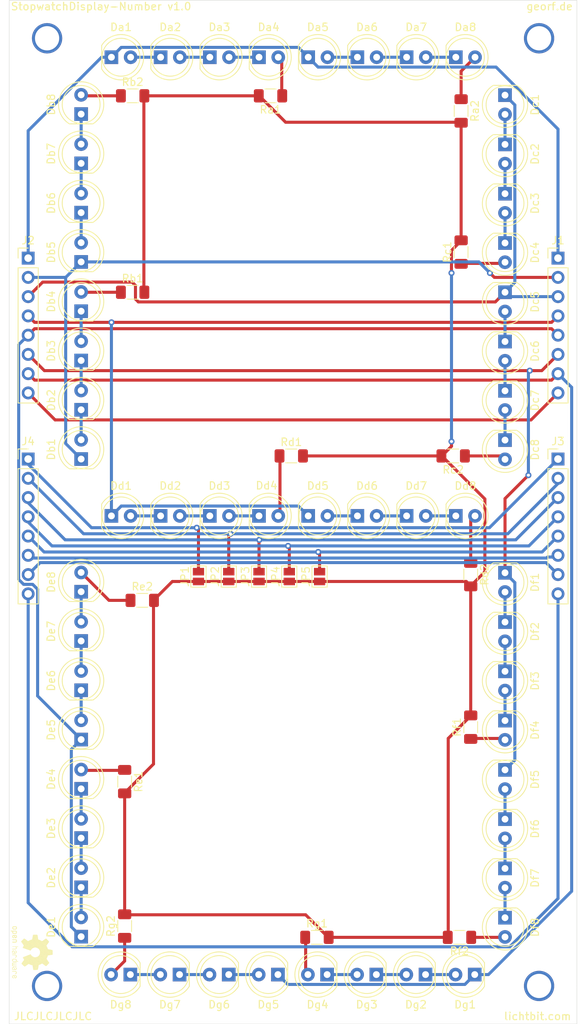
<source format=kicad_pcb>
(kicad_pcb (version 20171130) (host pcbnew 5.1.7-a382d34a8~87~ubuntu20.04.1)
  (layers (0 F.Cu signal) (31 B.Cu signal) (34 B.Paste user) (35 F.Paste user) (36 B.SilkS user) (37 F.SilkS user) (38 B.Mask user) (39 F.Mask user) (44 Edge.Cuts user))
  (net 0 "")
  (net 1 "Net-(J1-Pad8)")
  (net 2 "Net-(J3-Pad1)")
  (net 3 "Net-(J3-Pad2)")
  (net 4 "Net-(J3-Pad3)")
  (net 5 "Net-(J3-Pad4)")
  (net 6 "Net-(J3-Pad5)")
  (net 7 "Net-(J3-Pad6)")
  (net 8 "Net-(J3-Pad7)")
  (net 9 "Net-(J3-Pad8)")
  (net 10 "Net-(JP1-Pad1)")
  (net 11 "Net-(Da1-Pad1)")
  (net 12 "Net-(Da1-Pad2)")
  (net 13 "Net-(Da2-Pad2)")
  (net 14 "Net-(Da3-Pad2)")
  (net 15 "Net-(Da4-Pad2)")
  (net 16 "Net-(Da5-Pad2)")
  (net 17 "Net-(Da6-Pad2)")
  (net 18 "Net-(Da7-Pad2)")
  (net 19 "Net-(Da8-Pad2)")
  (net 20 "Net-(Db1-Pad2)")
  (net 21 "Net-(Db1-Pad1)")
  (net 22 "Net-(Db2-Pad2)")
  (net 23 "Net-(Db3-Pad2)")
  (net 24 "Net-(Db4-Pad2)")
  (net 25 "Net-(Db5-Pad2)")
  (net 26 "Net-(Db6-Pad2)")
  (net 27 "Net-(Db7-Pad2)")
  (net 28 "Net-(Db8-Pad2)")
  (net 29 "Net-(Dc1-Pad1)")
  (net 30 "Net-(Dc1-Pad2)")
  (net 31 "Net-(Dc2-Pad2)")
  (net 32 "Net-(Dc3-Pad2)")
  (net 33 "Net-(Dc4-Pad2)")
  (net 34 "Net-(Dc5-Pad2)")
  (net 35 "Net-(Dc6-Pad2)")
  (net 36 "Net-(Dc7-Pad2)")
  (net 37 "Net-(Dc8-Pad2)")
  (net 38 "Net-(Dd1-Pad1)")
  (net 39 "Net-(Dd1-Pad2)")
  (net 40 "Net-(Dd2-Pad2)")
  (net 41 "Net-(Dd3-Pad2)")
  (net 42 "Net-(Dd4-Pad2)")
  (net 43 "Net-(Dd5-Pad2)")
  (net 44 "Net-(Dd6-Pad2)")
  (net 45 "Net-(Dd7-Pad2)")
  (net 46 "Net-(Dd8-Pad2)")
  (net 47 "Net-(De1-Pad2)")
  (net 48 "Net-(De1-Pad1)")
  (net 49 "Net-(De2-Pad2)")
  (net 50 "Net-(De3-Pad2)")
  (net 51 "Net-(De4-Pad2)")
  (net 52 "Net-(De5-Pad2)")
  (net 53 "Net-(De6-Pad2)")
  (net 54 "Net-(De7-Pad2)")
  (net 55 "Net-(De8-Pad2)")
  (net 56 "Net-(Df1-Pad1)")
  (net 57 "Net-(Df1-Pad2)")
  (net 58 "Net-(Df2-Pad2)")
  (net 59 "Net-(Df3-Pad2)")
  (net 60 "Net-(Df4-Pad2)")
  (net 61 "Net-(Df5-Pad2)")
  (net 62 "Net-(Df6-Pad2)")
  (net 63 "Net-(Df7-Pad2)")
  (net 64 "Net-(Df8-Pad2)")
  (net 65 "Net-(Dg1-Pad1)")
  (net 66 "Net-(Dg1-Pad2)")
  (net 67 "Net-(Dg2-Pad2)")
  (net 68 "Net-(Dg3-Pad2)")
  (net 69 "Net-(Dg4-Pad2)")
  (net 70 "Net-(Dg5-Pad2)")
  (net 71 "Net-(Dg6-Pad2)")
  (net 72 "Net-(Dg7-Pad2)")
  (net 73 "Net-(Dg8-Pad2)")
  (module OPENHARDWARE:OSHWLOGO0.3IN (layer F.Cu) (at 86.6775 146.7485 270)
    (fp_text reference G*** hide)
    (fp_text value LOGO hide)
  )
  (module Resistor_SMD:R_1206_3216Metric_Pad1.30x1.75mm_HandSolder (layer F.Cu) (at 95.25 147.1025 90)
    (fp_text reference Rg2 (at 0 -1.82 90) (layer F.SilkS))
    (fp_text value R)
    (pad 2 smd roundrect (at 1.55 0 90) (size 1.3 1.75) (layers F.Cu F.Paste F.Mask) (roundrect_rratio 0.1923076923076923) (net 10 "Net-(JP1-Pad1)"))
    (pad 1 smd roundrect (at -1.55 0 90) (size 1.3 1.75) (layers F.Cu F.Paste F.Mask) (roundrect_rratio 0.1923076923076923) (net 73 "Net-(Dg8-Pad2)"))
  )
  (module Resistor_SMD:R_1206_3216Metric_Pad1.30x1.75mm_HandSolder (layer F.Cu) (at 120.65 148.59)
    (fp_text reference Rg1 (at 0 -1.82) (layer F.SilkS))
    (fp_text value R)
    (pad 2 smd roundrect (at 1.55 0) (size 1.3 1.75) (layers F.Cu F.Paste F.Mask) (roundrect_rratio 0.1923076923076923) (net 10 "Net-(JP1-Pad1)"))
    (pad 1 smd roundrect (at -1.55 0) (size 1.3 1.75) (layers F.Cu F.Paste F.Mask) (roundrect_rratio 0.1923076923076923) (net 69 "Net-(Dg4-Pad2)"))
  )
  (module Resistor_SMD:R_1206_3216Metric_Pad1.30x1.75mm_HandSolder (layer F.Cu) (at 139.4825 148.59 180)
    (fp_text reference Rf2 (at 0 -1.82) (layer F.SilkS))
    (fp_text value R)
    (pad 2 smd roundrect (at 1.55 0 180) (size 1.3 1.75) (layers F.Cu F.Paste F.Mask) (roundrect_rratio 0.1923076923076923) (net 10 "Net-(JP1-Pad1)"))
    (pad 1 smd roundrect (at -1.55 0 180) (size 1.3 1.75) (layers F.Cu F.Paste F.Mask) (roundrect_rratio 0.1923076923076923) (net 64 "Net-(Df8-Pad2)"))
  )
  (module Resistor_SMD:R_1206_3216Metric_Pad1.30x1.75mm_HandSolder (layer F.Cu) (at 140.97 120.8675 90)
    (fp_text reference Rf1 (at 0 -1.82 90) (layer F.SilkS))
    (fp_text value R)
    (pad 2 smd roundrect (at 1.55 0 90) (size 1.3 1.75) (layers F.Cu F.Paste F.Mask) (roundrect_rratio 0.1923076923076923) (net 10 "Net-(JP1-Pad1)"))
    (pad 1 smd roundrect (at -1.55 0 90) (size 1.3 1.75) (layers F.Cu F.Paste F.Mask) (roundrect_rratio 0.1923076923076923) (net 60 "Net-(Df4-Pad2)"))
  )
  (module Resistor_SMD:R_1206_3216Metric_Pad1.30x1.75mm_HandSolder (layer F.Cu) (at 97.5725 104.14)
    (fp_text reference Re2 (at 0 -1.82) (layer F.SilkS))
    (fp_text value R)
    (pad 2 smd roundrect (at 1.55 0) (size 1.3 1.75) (layers F.Cu F.Paste F.Mask) (roundrect_rratio 0.1923076923076923) (net 10 "Net-(JP1-Pad1)"))
    (pad 1 smd roundrect (at -1.55 0) (size 1.3 1.75) (layers F.Cu F.Paste F.Mask) (roundrect_rratio 0.1923076923076923) (net 55 "Net-(De8-Pad2)"))
  )
  (module Resistor_SMD:R_1206_3216Metric_Pad1.30x1.75mm_HandSolder (layer F.Cu) (at 95.25 128.0525 270)
    (fp_text reference Re1 (at 0 -1.82 90) (layer F.SilkS))
    (fp_text value R)
    (pad 2 smd roundrect (at 1.55 0 270) (size 1.3 1.75) (layers F.Cu F.Paste F.Mask) (roundrect_rratio 0.1923076923076923) (net 10 "Net-(JP1-Pad1)"))
    (pad 1 smd roundrect (at -1.55 0 270) (size 1.3 1.75) (layers F.Cu F.Paste F.Mask) (roundrect_rratio 0.1923076923076923) (net 51 "Net-(De4-Pad2)"))
  )
  (module Resistor_SMD:R_1206_3216Metric_Pad1.30x1.75mm_HandSolder (layer F.Cu) (at 140.97 100.7475 270)
    (fp_text reference Rd2 (at 0 -1.82 90) (layer F.SilkS))
    (fp_text value R)
    (pad 2 smd roundrect (at 1.55 0 270) (size 1.3 1.75) (layers F.Cu F.Paste F.Mask) (roundrect_rratio 0.1923076923076923) (net 10 "Net-(JP1-Pad1)"))
    (pad 1 smd roundrect (at -1.55 0 270) (size 1.3 1.75) (layers F.Cu F.Paste F.Mask) (roundrect_rratio 0.1923076923076923) (net 46 "Net-(Dd8-Pad2)"))
  )
  (module Resistor_SMD:R_1206_3216Metric_Pad1.30x1.75mm_HandSolder (layer F.Cu) (at 117.2575 85.09)
    (fp_text reference Rd1 (at 0 -1.82) (layer F.SilkS))
    (fp_text value R)
    (pad 2 smd roundrect (at 1.55 0) (size 1.3 1.75) (layers F.Cu F.Paste F.Mask) (roundrect_rratio 0.1923076923076923) (net 10 "Net-(JP1-Pad1)"))
    (pad 1 smd roundrect (at -1.55 0) (size 1.3 1.75) (layers F.Cu F.Paste F.Mask) (roundrect_rratio 0.1923076923076923) (net 42 "Net-(Dd4-Pad2)"))
  )
  (module Resistor_SMD:R_1206_3216Metric_Pad1.30x1.75mm_HandSolder (layer F.Cu) (at 138.6475 85.09 180)
    (fp_text reference Rc2 (at 0 -1.82) (layer F.SilkS))
    (fp_text value R)
    (pad 2 smd roundrect (at 1.55 0 180) (size 1.3 1.75) (layers F.Cu F.Paste F.Mask) (roundrect_rratio 0.1923076923076923) (net 10 "Net-(JP1-Pad1)"))
    (pad 1 smd roundrect (at -1.55 0 180) (size 1.3 1.75) (layers F.Cu F.Paste F.Mask) (roundrect_rratio 0.1923076923076923) (net 37 "Net-(Dc8-Pad2)"))
  )
  (module Resistor_SMD:R_1206_3216Metric_Pad1.30x1.75mm_HandSolder (layer F.Cu) (at 139.7 58.2025 90)
    (fp_text reference Rc1 (at 0 -1.82 90) (layer F.SilkS))
    (fp_text value R)
    (pad 2 smd roundrect (at 1.55 0 90) (size 1.3 1.75) (layers F.Cu F.Paste F.Mask) (roundrect_rratio 0.1923076923076923) (net 10 "Net-(JP1-Pad1)"))
    (pad 1 smd roundrect (at -1.55 0 90) (size 1.3 1.75) (layers F.Cu F.Paste F.Mask) (roundrect_rratio 0.1923076923076923) (net 33 "Net-(Dc4-Pad2)"))
  )
  (module Resistor_SMD:R_1206_3216Metric_Pad1.30x1.75mm_HandSolder (layer F.Cu) (at 96.3025 37.592)
    (fp_text reference Rb2 (at 0 -1.82) (layer F.SilkS))
    (fp_text value R)
    (pad 2 smd roundrect (at 1.55 0) (size 1.3 1.75) (layers F.Cu F.Paste F.Mask) (roundrect_rratio 0.1923076923076923) (net 10 "Net-(JP1-Pad1)"))
    (pad 1 smd roundrect (at -1.55 0) (size 1.3 1.75) (layers F.Cu F.Paste F.Mask) (roundrect_rratio 0.1923076923076923) (net 28 "Net-(Db8-Pad2)"))
  )
  (module Resistor_SMD:R_1206_3216Metric_Pad1.30x1.75mm_HandSolder (layer F.Cu) (at 96.3025 63.5)
    (fp_text reference Rb1 (at 0 -1.82) (layer F.SilkS))
    (fp_text value R)
    (pad 2 smd roundrect (at 1.55 0) (size 1.3 1.75) (layers F.Cu F.Paste F.Mask) (roundrect_rratio 0.1923076923076923) (net 10 "Net-(JP1-Pad1)"))
    (pad 1 smd roundrect (at -1.55 0) (size 1.3 1.75) (layers F.Cu F.Paste F.Mask) (roundrect_rratio 0.1923076923076923) (net 24 "Net-(Db4-Pad2)"))
  )
  (module Resistor_SMD:R_1206_3216Metric_Pad1.30x1.75mm_HandSolder (layer F.Cu) (at 139.7 39.5875 270)
    (fp_text reference Ra2 (at 0 -1.82 90) (layer F.SilkS))
    (fp_text value R)
    (pad 2 smd roundrect (at 1.55 0 270) (size 1.3 1.75) (layers F.Cu F.Paste F.Mask) (roundrect_rratio 0.1923076923076923) (net 10 "Net-(JP1-Pad1)"))
    (pad 1 smd roundrect (at -1.55 0 270) (size 1.3 1.75) (layers F.Cu F.Paste F.Mask) (roundrect_rratio 0.1923076923076923) (net 19 "Net-(Da8-Pad2)"))
  )
  (module Resistor_SMD:R_1206_3216Metric_Pad1.30x1.75mm_HandSolder (layer F.Cu) (at 114.5175 37.592 180)
    (fp_text reference Ra1 (at 0 -1.82) (layer F.SilkS))
    (fp_text value R)
    (pad 2 smd roundrect (at 1.55 0 180) (size 1.3 1.75) (layers F.Cu F.Paste F.Mask) (roundrect_rratio 0.1923076923076923) (net 10 "Net-(JP1-Pad1)"))
    (pad 1 smd roundrect (at -1.55 0 180) (size 1.3 1.75) (layers F.Cu F.Paste F.Mask) (roundrect_rratio 0.1923076923076923) (net 15 "Net-(Da4-Pad2)"))
  )
  (module LED_THT:LED_D5.0mm_Clear (layer F.Cu) (at 89.5 148.5 90)
    (fp_text reference De1 (at 1.27 -3.96 90) (layer F.SilkS))
    (fp_text value LED)
    (pad 2 thru_hole circle (at 2.54 0 90) (size 1.8 1.8) (drill 0.9) (layers *.Cu *.Mask) (net 47 "Net-(De1-Pad2)"))
    (pad 1 thru_hole rect (at 0 0 90) (size 1.8 1.8) (drill 0.9) (layers *.Cu *.Mask) (net 48 "Net-(De1-Pad1)"))
  )
  (module LED_THT:LED_D5.0mm_Clear (layer F.Cu) (at 135 153.5 180)
    (fp_text reference Dg2 (at 1.27 -3.96) (layer F.SilkS))
    (fp_text value LED)
    (pad 2 thru_hole circle (at 2.54 0 180) (size 1.8 1.8) (drill 0.9) (layers *.Cu *.Mask) (net 67 "Net-(Dg2-Pad2)"))
    (pad 1 thru_hole rect (at 0 0 180) (size 1.8 1.8) (drill 0.9) (layers *.Cu *.Mask) (net 66 "Net-(Dg1-Pad2)"))
  )
  (module LED_THT:LED_D5.0mm_Clear (layer F.Cu) (at 89.5 116 90)
    (fp_text reference De6 (at 1.27 -3.96 90) (layer F.SilkS))
    (fp_text value LED)
    (pad 2 thru_hole circle (at 2.54 0 90) (size 1.8 1.8) (drill 0.9) (layers *.Cu *.Mask) (net 53 "Net-(De6-Pad2)"))
    (pad 1 thru_hole rect (at 0 0 90) (size 1.8 1.8) (drill 0.9) (layers *.Cu *.Mask) (net 52 "Net-(De5-Pad2)"))
  )
  (module LED_THT:LED_D5.0mm_Clear (layer F.Cu) (at 119.5 32.5)
    (fp_text reference Da5 (at 1.27 -3.96) (layer F.SilkS))
    (fp_text value LED)
    (pad 2 thru_hole circle (at 2.54 0) (size 1.8 1.8) (drill 0.9) (layers *.Cu *.Mask) (net 16 "Net-(Da5-Pad2)"))
    (pad 1 thru_hole rect (at 0 0) (size 1.8 1.8) (drill 0.9) (layers *.Cu *.Mask) (net 11 "Net-(Da1-Pad1)"))
  )
  (module LED_THT:LED_D5.0mm_Clear (layer F.Cu) (at 93.5 32.5)
    (fp_text reference Da1 (at 1.27 -3.96) (layer F.SilkS))
    (fp_text value LED)
    (pad 1 thru_hole rect (at 0 0) (size 1.8 1.8) (drill 0.9) (layers *.Cu *.Mask) (net 11 "Net-(Da1-Pad1)"))
    (pad 2 thru_hole circle (at 2.54 0) (size 1.8 1.8) (drill 0.9) (layers *.Cu *.Mask) (net 12 "Net-(Da1-Pad2)"))
  )
  (module LED_THT:LED_D5.0mm_Clear (layer F.Cu) (at 100 32.5)
    (fp_text reference Da2 (at 1.27 -3.96) (layer F.SilkS))
    (fp_text value LED)
    (pad 1 thru_hole rect (at 0 0) (size 1.8 1.8) (drill 0.9) (layers *.Cu *.Mask) (net 12 "Net-(Da1-Pad2)"))
    (pad 2 thru_hole circle (at 2.54 0) (size 1.8 1.8) (drill 0.9) (layers *.Cu *.Mask) (net 13 "Net-(Da2-Pad2)"))
  )
  (module LED_THT:LED_D5.0mm_Clear (layer F.Cu) (at 106.5 32.5)
    (fp_text reference Da3 (at 1.27 -3.96) (layer F.SilkS))
    (fp_text value LED)
    (pad 2 thru_hole circle (at 2.54 0) (size 1.8 1.8) (drill 0.9) (layers *.Cu *.Mask) (net 14 "Net-(Da3-Pad2)"))
    (pad 1 thru_hole rect (at 0 0) (size 1.8 1.8) (drill 0.9) (layers *.Cu *.Mask) (net 13 "Net-(Da2-Pad2)"))
  )
  (module LED_THT:LED_D5.0mm_Clear (layer F.Cu) (at 113 32.5)
    (fp_text reference Da4 (at 1.27 -3.96) (layer F.SilkS))
    (fp_text value LED)
    (pad 1 thru_hole rect (at 0 0) (size 1.8 1.8) (drill 0.9) (layers *.Cu *.Mask) (net 14 "Net-(Da3-Pad2)"))
    (pad 2 thru_hole circle (at 2.54 0) (size 1.8 1.8) (drill 0.9) (layers *.Cu *.Mask) (net 15 "Net-(Da4-Pad2)"))
  )
  (module LED_THT:LED_D5.0mm_Clear (layer F.Cu) (at 126 32.5)
    (fp_text reference Da6 (at 1.27 -3.96) (layer F.SilkS))
    (fp_text value LED)
    (pad 1 thru_hole rect (at 0 0) (size 1.8 1.8) (drill 0.9) (layers *.Cu *.Mask) (net 16 "Net-(Da5-Pad2)"))
    (pad 2 thru_hole circle (at 2.54 0) (size 1.8 1.8) (drill 0.9) (layers *.Cu *.Mask) (net 17 "Net-(Da6-Pad2)"))
  )
  (module LED_THT:LED_D5.0mm_Clear (layer F.Cu) (at 132.5 32.5)
    (fp_text reference Da7 (at 1.27 -3.96) (layer F.SilkS))
    (fp_text value LED)
    (pad 2 thru_hole circle (at 2.54 0) (size 1.8 1.8) (drill 0.9) (layers *.Cu *.Mask) (net 18 "Net-(Da7-Pad2)"))
    (pad 1 thru_hole rect (at 0 0) (size 1.8 1.8) (drill 0.9) (layers *.Cu *.Mask) (net 17 "Net-(Da6-Pad2)"))
  )
  (module LED_THT:LED_D5.0mm_Clear (layer F.Cu) (at 139 32.5)
    (fp_text reference Da8 (at 1.27 -3.96) (layer F.SilkS))
    (fp_text value LED)
    (pad 1 thru_hole rect (at 0 0) (size 1.8 1.8) (drill 0.9) (layers *.Cu *.Mask) (net 18 "Net-(Da7-Pad2)"))
    (pad 2 thru_hole circle (at 2.54 0) (size 1.8 1.8) (drill 0.9) (layers *.Cu *.Mask) (net 19 "Net-(Da8-Pad2)"))
  )
  (module LED_THT:LED_D5.0mm_Clear (layer F.Cu) (at 89.5 85.5 90)
    (fp_text reference Db1 (at 1.27 -3.96 90) (layer F.SilkS))
    (fp_text value LED)
    (pad 2 thru_hole circle (at 2.54 0 90) (size 1.8 1.8) (drill 0.9) (layers *.Cu *.Mask) (net 20 "Net-(Db1-Pad2)"))
    (pad 1 thru_hole rect (at 0 0 90) (size 1.8 1.8) (drill 0.9) (layers *.Cu *.Mask) (net 21 "Net-(Db1-Pad1)"))
  )
  (module LED_THT:LED_D5.0mm_Clear (layer F.Cu) (at 89.5 79 90)
    (fp_text reference Db2 (at 1.27 -3.96 90) (layer F.SilkS))
    (fp_text value LED)
    (pad 1 thru_hole rect (at 0 0 90) (size 1.8 1.8) (drill 0.9) (layers *.Cu *.Mask) (net 20 "Net-(Db1-Pad2)"))
    (pad 2 thru_hole circle (at 2.54 0 90) (size 1.8 1.8) (drill 0.9) (layers *.Cu *.Mask) (net 22 "Net-(Db2-Pad2)"))
  )
  (module LED_THT:LED_D5.0mm_Clear (layer F.Cu) (at 89.5 72.5 90)
    (fp_text reference Db3 (at 1.27 -3.96 90) (layer F.SilkS))
    (fp_text value LED)
    (pad 2 thru_hole circle (at 2.54 0 90) (size 1.8 1.8) (drill 0.9) (layers *.Cu *.Mask) (net 23 "Net-(Db3-Pad2)"))
    (pad 1 thru_hole rect (at 0 0 90) (size 1.8 1.8) (drill 0.9) (layers *.Cu *.Mask) (net 22 "Net-(Db2-Pad2)"))
  )
  (module LED_THT:LED_D5.0mm_Clear (layer F.Cu) (at 89.5 66 90)
    (fp_text reference Db4 (at 1.27 -3.96 90) (layer F.SilkS))
    (fp_text value LED)
    (pad 1 thru_hole rect (at 0 0 90) (size 1.8 1.8) (drill 0.9) (layers *.Cu *.Mask) (net 23 "Net-(Db3-Pad2)"))
    (pad 2 thru_hole circle (at 2.54 0 90) (size 1.8 1.8) (drill 0.9) (layers *.Cu *.Mask) (net 24 "Net-(Db4-Pad2)"))
  )
  (module LED_THT:LED_D5.0mm_Clear (layer F.Cu) (at 89.5 59.5 90)
    (fp_text reference Db5 (at 1.27 -3.96 90) (layer F.SilkS))
    (fp_text value LED)
    (pad 2 thru_hole circle (at 2.54 0 90) (size 1.8 1.8) (drill 0.9) (layers *.Cu *.Mask) (net 25 "Net-(Db5-Pad2)"))
    (pad 1 thru_hole rect (at 0 0 90) (size 1.8 1.8) (drill 0.9) (layers *.Cu *.Mask) (net 21 "Net-(Db1-Pad1)"))
  )
  (module LED_THT:LED_D5.0mm_Clear (layer F.Cu) (at 89.5 53 90)
    (fp_text reference Db6 (at 1.27 -3.96 90) (layer F.SilkS))
    (fp_text value LED)
    (pad 1 thru_hole rect (at 0 0 90) (size 1.8 1.8) (drill 0.9) (layers *.Cu *.Mask) (net 25 "Net-(Db5-Pad2)"))
    (pad 2 thru_hole circle (at 2.54 0 90) (size 1.8 1.8) (drill 0.9) (layers *.Cu *.Mask) (net 26 "Net-(Db6-Pad2)"))
  )
  (module LED_THT:LED_D5.0mm_Clear (layer F.Cu) (at 89.5 46.5 90)
    (fp_text reference Db7 (at 1.27 -3.96 90) (layer F.SilkS))
    (fp_text value LED)
    (pad 2 thru_hole circle (at 2.54 0 90) (size 1.8 1.8) (drill 0.9) (layers *.Cu *.Mask) (net 27 "Net-(Db7-Pad2)"))
    (pad 1 thru_hole rect (at 0 0 90) (size 1.8 1.8) (drill 0.9) (layers *.Cu *.Mask) (net 26 "Net-(Db6-Pad2)"))
  )
  (module LED_THT:LED_D5.0mm_Clear (layer F.Cu) (at 89.5 40 90)
    (fp_text reference Db8 (at 1.27 -3.96 90) (layer F.SilkS))
    (fp_text value LED)
    (pad 1 thru_hole rect (at 0 0 90) (size 1.8 1.8) (drill 0.9) (layers *.Cu *.Mask) (net 27 "Net-(Db7-Pad2)"))
    (pad 2 thru_hole circle (at 2.54 0 90) (size 1.8 1.8) (drill 0.9) (layers *.Cu *.Mask) (net 28 "Net-(Db8-Pad2)"))
  )
  (module LED_THT:LED_D5.0mm_Clear (layer F.Cu) (at 145.5 37.5 270)
    (fp_text reference Dc1 (at 1.27 -3.96 270) (layer F.SilkS))
    (fp_text value LED)
    (pad 1 thru_hole rect (at 0 0 270) (size 1.8 1.8) (drill 0.9) (layers *.Cu *.Mask) (net 29 "Net-(Dc1-Pad1)"))
    (pad 2 thru_hole circle (at 2.54 0 270) (size 1.8 1.8) (drill 0.9) (layers *.Cu *.Mask) (net 30 "Net-(Dc1-Pad2)"))
  )
  (module LED_THT:LED_D5.0mm_Clear (layer F.Cu) (at 145.5 44 270)
    (fp_text reference Dc2 (at 1.27 -3.96 90) (layer F.SilkS))
    (fp_text value LED)
    (pad 2 thru_hole circle (at 2.54 0 270) (size 1.8 1.8) (drill 0.9) (layers *.Cu *.Mask) (net 31 "Net-(Dc2-Pad2)"))
    (pad 1 thru_hole rect (at 0 0 270) (size 1.8 1.8) (drill 0.9) (layers *.Cu *.Mask) (net 30 "Net-(Dc1-Pad2)"))
  )
  (module LED_THT:LED_D5.0mm_Clear (layer F.Cu) (at 145.5 50.5 270)
    (fp_text reference Dc3 (at 1.27 -3.96 90) (layer F.SilkS))
    (fp_text value LED)
    (pad 2 thru_hole circle (at 2.54 0 270) (size 1.8 1.8) (drill 0.9) (layers *.Cu *.Mask) (net 32 "Net-(Dc3-Pad2)"))
    (pad 1 thru_hole rect (at 0 0 270) (size 1.8 1.8) (drill 0.9) (layers *.Cu *.Mask) (net 31 "Net-(Dc2-Pad2)"))
  )
  (module LED_THT:LED_D5.0mm_Clear (layer F.Cu) (at 145.5 57 270)
    (fp_text reference Dc4 (at 1.27 -3.96 90) (layer F.SilkS))
    (fp_text value LED)
    (pad 1 thru_hole rect (at 0 0 270) (size 1.8 1.8) (drill 0.9) (layers *.Cu *.Mask) (net 32 "Net-(Dc3-Pad2)"))
    (pad 2 thru_hole circle (at 2.54 0 270) (size 1.8 1.8) (drill 0.9) (layers *.Cu *.Mask) (net 33 "Net-(Dc4-Pad2)"))
  )
  (module LED_THT:LED_D5.0mm_Clear (layer F.Cu) (at 145.5 63.5 270)
    (fp_text reference Dc5 (at 1.27 -3.96 90) (layer F.SilkS))
    (fp_text value LED)
    (pad 2 thru_hole circle (at 2.54 0 270) (size 1.8 1.8) (drill 0.9) (layers *.Cu *.Mask) (net 34 "Net-(Dc5-Pad2)"))
    (pad 1 thru_hole rect (at 0 0 270) (size 1.8 1.8) (drill 0.9) (layers *.Cu *.Mask) (net 29 "Net-(Dc1-Pad1)"))
  )
  (module LED_THT:LED_D5.0mm_Clear (layer F.Cu) (at 145.5 70 270)
    (fp_text reference Dc6 (at 1.27 -3.96 90) (layer F.SilkS))
    (fp_text value LED)
    (pad 1 thru_hole rect (at 0 0 270) (size 1.8 1.8) (drill 0.9) (layers *.Cu *.Mask) (net 34 "Net-(Dc5-Pad2)"))
    (pad 2 thru_hole circle (at 2.54 0 270) (size 1.8 1.8) (drill 0.9) (layers *.Cu *.Mask) (net 35 "Net-(Dc6-Pad2)"))
  )
  (module LED_THT:LED_D5.0mm_Clear (layer F.Cu) (at 145.5 76.5 270)
    (fp_text reference Dc7 (at 1.27 -3.96 90) (layer F.SilkS))
    (fp_text value LED)
    (pad 2 thru_hole circle (at 2.54 0 270) (size 1.8 1.8) (drill 0.9) (layers *.Cu *.Mask) (net 36 "Net-(Dc7-Pad2)"))
    (pad 1 thru_hole rect (at 0 0 270) (size 1.8 1.8) (drill 0.9) (layers *.Cu *.Mask) (net 35 "Net-(Dc6-Pad2)"))
  )
  (module LED_THT:LED_D5.0mm_Clear (layer F.Cu) (at 145.5 83 270)
    (fp_text reference Dc8 (at 1.27 -3.96 90) (layer F.SilkS))
    (fp_text value LED)
    (pad 2 thru_hole circle (at 2.54 0 270) (size 1.8 1.8) (drill 0.9) (layers *.Cu *.Mask) (net 37 "Net-(Dc8-Pad2)"))
    (pad 1 thru_hole rect (at 0 0 270) (size 1.8 1.8) (drill 0.9) (layers *.Cu *.Mask) (net 36 "Net-(Dc7-Pad2)"))
  )
  (module LED_THT:LED_D5.0mm_Clear (layer F.Cu) (at 93.5 93)
    (fp_text reference Dd1 (at 1.27 -3.96) (layer F.SilkS))
    (fp_text value LED)
    (pad 1 thru_hole rect (at 0 0) (size 1.8 1.8) (drill 0.9) (layers *.Cu *.Mask) (net 38 "Net-(Dd1-Pad1)"))
    (pad 2 thru_hole circle (at 2.54 0) (size 1.8 1.8) (drill 0.9) (layers *.Cu *.Mask) (net 39 "Net-(Dd1-Pad2)"))
  )
  (module LED_THT:LED_D5.0mm_Clear (layer F.Cu) (at 100 93)
    (fp_text reference Dd2 (at 1.27 -3.96) (layer F.SilkS))
    (fp_text value LED)
    (pad 2 thru_hole circle (at 2.54 0) (size 1.8 1.8) (drill 0.9) (layers *.Cu *.Mask) (net 40 "Net-(Dd2-Pad2)"))
    (pad 1 thru_hole rect (at 0 0) (size 1.8 1.8) (drill 0.9) (layers *.Cu *.Mask) (net 39 "Net-(Dd1-Pad2)"))
  )
  (module LED_THT:LED_D5.0mm_Clear (layer F.Cu) (at 106.5 93)
    (fp_text reference Dd3 (at 1.27 -3.96) (layer F.SilkS))
    (fp_text value LED)
    (pad 1 thru_hole rect (at 0 0) (size 1.8 1.8) (drill 0.9) (layers *.Cu *.Mask) (net 40 "Net-(Dd2-Pad2)"))
    (pad 2 thru_hole circle (at 2.54 0) (size 1.8 1.8) (drill 0.9) (layers *.Cu *.Mask) (net 41 "Net-(Dd3-Pad2)"))
  )
  (module LED_THT:LED_D5.0mm_Clear (layer F.Cu) (at 113 93)
    (fp_text reference Dd4 (at 1 -4) (layer F.SilkS))
    (fp_text value LED)
    (pad 2 thru_hole circle (at 2.54 0) (size 1.8 1.8) (drill 0.9) (layers *.Cu *.Mask) (net 42 "Net-(Dd4-Pad2)"))
    (pad 1 thru_hole rect (at 0 0) (size 1.8 1.8) (drill 0.9) (layers *.Cu *.Mask) (net 41 "Net-(Dd3-Pad2)"))
  )
  (module LED_THT:LED_D5.0mm_Clear (layer F.Cu) (at 119.5 93)
    (fp_text reference Dd5 (at 1.27 -3.96) (layer F.SilkS))
    (fp_text value LED)
    (pad 1 thru_hole rect (at 0 0) (size 1.8 1.8) (drill 0.9) (layers *.Cu *.Mask) (net 38 "Net-(Dd1-Pad1)"))
    (pad 2 thru_hole circle (at 2.54 0) (size 1.8 1.8) (drill 0.9) (layers *.Cu *.Mask) (net 43 "Net-(Dd5-Pad2)"))
  )
  (module LED_THT:LED_D5.0mm_Clear (layer F.Cu) (at 126 93)
    (fp_text reference Dd6 (at 1.27 -3.96) (layer F.SilkS))
    (fp_text value LED)
    (pad 2 thru_hole circle (at 2.54 0) (size 1.8 1.8) (drill 0.9) (layers *.Cu *.Mask) (net 44 "Net-(Dd6-Pad2)"))
    (pad 1 thru_hole rect (at 0 0) (size 1.8 1.8) (drill 0.9) (layers *.Cu *.Mask) (net 43 "Net-(Dd5-Pad2)"))
  )
  (module LED_THT:LED_D5.0mm_Clear (layer F.Cu) (at 132.5 93)
    (fp_text reference Dd7 (at 1.27 -3.96) (layer F.SilkS))
    (fp_text value LED)
    (pad 1 thru_hole rect (at 0 0) (size 1.8 1.8) (drill 0.9) (layers *.Cu *.Mask) (net 44 "Net-(Dd6-Pad2)"))
    (pad 2 thru_hole circle (at 2.54 0) (size 1.8 1.8) (drill 0.9) (layers *.Cu *.Mask) (net 45 "Net-(Dd7-Pad2)"))
  )
  (module LED_THT:LED_D5.0mm_Clear (layer F.Cu) (at 139 93)
    (fp_text reference Dd8 (at 1.27 -3.96) (layer F.SilkS))
    (fp_text value LED)
    (pad 2 thru_hole circle (at 2.54 0) (size 1.8 1.8) (drill 0.9) (layers *.Cu *.Mask) (net 46 "Net-(Dd8-Pad2)"))
    (pad 1 thru_hole rect (at 0 0) (size 1.8 1.8) (drill 0.9) (layers *.Cu *.Mask) (net 45 "Net-(Dd7-Pad2)"))
  )
  (module LED_THT:LED_D5.0mm_Clear (layer F.Cu) (at 89.5 142 90)
    (fp_text reference De2 (at 1.27 -3.96 90) (layer F.SilkS))
    (fp_text value LED)
    (pad 2 thru_hole circle (at 2.54 0 90) (size 1.8 1.8) (drill 0.9) (layers *.Cu *.Mask) (net 49 "Net-(De2-Pad2)"))
    (pad 1 thru_hole rect (at 0 0 90) (size 1.8 1.8) (drill 0.9) (layers *.Cu *.Mask) (net 47 "Net-(De1-Pad2)"))
  )
  (module LED_THT:LED_D5.0mm_Clear (layer F.Cu) (at 89.5 135.5 90)
    (fp_text reference De3 (at 1.27 -3.96 90) (layer F.SilkS))
    (fp_text value LED)
    (pad 1 thru_hole rect (at 0 0 90) (size 1.8 1.8) (drill 0.9) (layers *.Cu *.Mask) (net 49 "Net-(De2-Pad2)"))
    (pad 2 thru_hole circle (at 2.54 0 90) (size 1.8 1.8) (drill 0.9) (layers *.Cu *.Mask) (net 50 "Net-(De3-Pad2)"))
  )
  (module LED_THT:LED_D5.0mm_Clear (layer F.Cu) (at 89.5 129 90)
    (fp_text reference De4 (at 1.27 -3.96 90) (layer F.SilkS))
    (fp_text value LED)
    (pad 2 thru_hole circle (at 2.54 0 90) (size 1.8 1.8) (drill 0.9) (layers *.Cu *.Mask) (net 51 "Net-(De4-Pad2)"))
    (pad 1 thru_hole rect (at 0 0 90) (size 1.8 1.8) (drill 0.9) (layers *.Cu *.Mask) (net 50 "Net-(De3-Pad2)"))
  )
  (module LED_THT:LED_D5.0mm_Clear (layer F.Cu) (at 89.5 122.5 90)
    (fp_text reference De5 (at 1.27 -3.96 90) (layer F.SilkS))
    (fp_text value LED)
    (pad 1 thru_hole rect (at 0 0 90) (size 1.8 1.8) (drill 0.9) (layers *.Cu *.Mask) (net 48 "Net-(De1-Pad1)"))
    (pad 2 thru_hole circle (at 2.54 0 90) (size 1.8 1.8) (drill 0.9) (layers *.Cu *.Mask) (net 52 "Net-(De5-Pad2)"))
  )
  (module LED_THT:LED_D5.0mm_Clear (layer F.Cu) (at 89.5 109.5 90)
    (fp_text reference De7 (at 1.27 -3.96 90) (layer F.SilkS))
    (fp_text value LED)
    (pad 1 thru_hole rect (at 0 0 90) (size 1.8 1.8) (drill 0.9) (layers *.Cu *.Mask) (net 53 "Net-(De6-Pad2)"))
    (pad 2 thru_hole circle (at 2.54 0 90) (size 1.8 1.8) (drill 0.9) (layers *.Cu *.Mask) (net 54 "Net-(De7-Pad2)"))
  )
  (module LED_THT:LED_D5.0mm_Clear (layer F.Cu) (at 89.5 103 90)
    (fp_text reference De8 (at 1.27 -3.96 90) (layer F.SilkS))
    (fp_text value LED)
    (pad 2 thru_hole circle (at 2.54 0 90) (size 1.8 1.8) (drill 0.9) (layers *.Cu *.Mask) (net 55 "Net-(De8-Pad2)"))
    (pad 1 thru_hole rect (at 0 0 90) (size 1.8 1.8) (drill 0.9) (layers *.Cu *.Mask) (net 54 "Net-(De7-Pad2)"))
  )
  (module LED_THT:LED_D5.0mm_Clear (layer F.Cu) (at 145.5 100.5 270)
    (fp_text reference Df1 (at 1.27 -3.96 90) (layer F.SilkS))
    (fp_text value LED)
    (pad 1 thru_hole rect (at 0 0 270) (size 1.8 1.8) (drill 0.9) (layers *.Cu *.Mask) (net 56 "Net-(Df1-Pad1)"))
    (pad 2 thru_hole circle (at 2.54 0 270) (size 1.8 1.8) (drill 0.9) (layers *.Cu *.Mask) (net 57 "Net-(Df1-Pad2)"))
  )
  (module LED_THT:LED_D5.0mm_Clear (layer F.Cu) (at 145.5 107 270)
    (fp_text reference Df2 (at 1.27 -3.96 90) (layer F.SilkS))
    (fp_text value LED)
    (pad 2 thru_hole circle (at 2.54 0 270) (size 1.8 1.8) (drill 0.9) (layers *.Cu *.Mask) (net 58 "Net-(Df2-Pad2)"))
    (pad 1 thru_hole rect (at 0 0 270) (size 1.8 1.8) (drill 0.9) (layers *.Cu *.Mask) (net 57 "Net-(Df1-Pad2)"))
  )
  (module LED_THT:LED_D5.0mm_Clear (layer F.Cu) (at 145.5 113.5 270)
    (fp_text reference Df3 (at 1.27 -3.96 90) (layer F.SilkS))
    (fp_text value LED)
    (pad 1 thru_hole rect (at 0 0 270) (size 1.8 1.8) (drill 0.9) (layers *.Cu *.Mask) (net 58 "Net-(Df2-Pad2)"))
    (pad 2 thru_hole circle (at 2.54 0 270) (size 1.8 1.8) (drill 0.9) (layers *.Cu *.Mask) (net 59 "Net-(Df3-Pad2)"))
  )
  (module LED_THT:LED_D5.0mm_Clear (layer F.Cu) (at 145.5 120 270)
    (fp_text reference Df4 (at 1.27 -3.96 90) (layer F.SilkS))
    (fp_text value LED)
    (pad 2 thru_hole circle (at 2.54 0 270) (size 1.8 1.8) (drill 0.9) (layers *.Cu *.Mask) (net 60 "Net-(Df4-Pad2)"))
    (pad 1 thru_hole rect (at 0 0 270) (size 1.8 1.8) (drill 0.9) (layers *.Cu *.Mask) (net 59 "Net-(Df3-Pad2)"))
  )
  (module LED_THT:LED_D5.0mm_Clear (layer F.Cu) (at 145.5 126.5 270)
    (fp_text reference Df5 (at 1.27 -3.96 90) (layer F.SilkS))
    (fp_text value LED)
    (pad 1 thru_hole rect (at 0 0 270) (size 1.8 1.8) (drill 0.9) (layers *.Cu *.Mask) (net 56 "Net-(Df1-Pad1)"))
    (pad 2 thru_hole circle (at 2.54 0 270) (size 1.8 1.8) (drill 0.9) (layers *.Cu *.Mask) (net 61 "Net-(Df5-Pad2)"))
  )
  (module LED_THT:LED_D5.0mm_Clear (layer F.Cu) (at 145.5 133 270)
    (fp_text reference Df6 (at 1.27 -3.96 90) (layer F.SilkS))
    (fp_text value LED)
    (pad 2 thru_hole circle (at 2.54 0 270) (size 1.8 1.8) (drill 0.9) (layers *.Cu *.Mask) (net 62 "Net-(Df6-Pad2)"))
    (pad 1 thru_hole rect (at 0 0 270) (size 1.8 1.8) (drill 0.9) (layers *.Cu *.Mask) (net 61 "Net-(Df5-Pad2)"))
  )
  (module LED_THT:LED_D5.0mm_Clear (layer F.Cu) (at 145.5 139.5 270)
    (fp_text reference Df7 (at 1.27 -3.96 90) (layer F.SilkS))
    (fp_text value LED)
    (pad 1 thru_hole rect (at 0 0 270) (size 1.8 1.8) (drill 0.9) (layers *.Cu *.Mask) (net 62 "Net-(Df6-Pad2)"))
    (pad 2 thru_hole circle (at 2.54 0 270) (size 1.8 1.8) (drill 0.9) (layers *.Cu *.Mask) (net 63 "Net-(Df7-Pad2)"))
  )
  (module LED_THT:LED_D5.0mm_Clear (layer F.Cu) (at 145.5 146 270)
    (fp_text reference Df8 (at 1.27 -3.96 90) (layer F.SilkS))
    (fp_text value LED)
    (pad 2 thru_hole circle (at 2.54 0 270) (size 1.8 1.8) (drill 0.9) (layers *.Cu *.Mask) (net 64 "Net-(Df8-Pad2)"))
    (pad 1 thru_hole rect (at 0 0 270) (size 1.8 1.8) (drill 0.9) (layers *.Cu *.Mask) (net 63 "Net-(Df7-Pad2)"))
  )
  (module LED_THT:LED_D5.0mm_Clear (layer F.Cu) (at 141.5 153.5 180)
    (fp_text reference Dg1 (at 1.27 -3.96) (layer F.SilkS))
    (fp_text value LED)
    (pad 1 thru_hole rect (at 0 0 180) (size 1.8 1.8) (drill 0.9) (layers *.Cu *.Mask) (net 65 "Net-(Dg1-Pad1)"))
    (pad 2 thru_hole circle (at 2.54 0 180) (size 1.8 1.8) (drill 0.9) (layers *.Cu *.Mask) (net 66 "Net-(Dg1-Pad2)"))
  )
  (module LED_THT:LED_D5.0mm_Clear (layer F.Cu) (at 128.5 153.5 180)
    (fp_text reference Dg3 (at 1.27 -3.96) (layer F.SilkS))
    (fp_text value LED)
    (pad 1 thru_hole rect (at 0 0 180) (size 1.8 1.8) (drill 0.9) (layers *.Cu *.Mask) (net 67 "Net-(Dg2-Pad2)"))
    (pad 2 thru_hole circle (at 2.54 0 180) (size 1.8 1.8) (drill 0.9) (layers *.Cu *.Mask) (net 68 "Net-(Dg3-Pad2)"))
  )
  (module LED_THT:LED_D5.0mm_Clear (layer F.Cu) (at 122 153.5 180)
    (fp_text reference Dg4 (at 1.27 -3.96) (layer F.SilkS))
    (fp_text value LED)
    (pad 2 thru_hole circle (at 2.54 0 180) (size 1.8 1.8) (drill 0.9) (layers *.Cu *.Mask) (net 69 "Net-(Dg4-Pad2)"))
    (pad 1 thru_hole rect (at 0 0 180) (size 1.8 1.8) (drill 0.9) (layers *.Cu *.Mask) (net 68 "Net-(Dg3-Pad2)"))
  )
  (module LED_THT:LED_D5.0mm_Clear (layer F.Cu) (at 115.5 153.5 180)
    (fp_text reference Dg5 (at 1.27 -3.96) (layer F.SilkS))
    (fp_text value LED)
    (pad 1 thru_hole rect (at 0 0 180) (size 1.8 1.8) (drill 0.9) (layers *.Cu *.Mask) (net 65 "Net-(Dg1-Pad1)"))
    (pad 2 thru_hole circle (at 2.54 0 180) (size 1.8 1.8) (drill 0.9) (layers *.Cu *.Mask) (net 70 "Net-(Dg5-Pad2)"))
  )
  (module LED_THT:LED_D5.0mm_Clear (layer F.Cu) (at 109 153.5 180)
    (fp_text reference Dg6 (at 1.27 -3.96) (layer F.SilkS))
    (fp_text value LED)
    (pad 1 thru_hole rect (at 0 0 180) (size 1.8 1.8) (drill 0.9) (layers *.Cu *.Mask) (net 70 "Net-(Dg5-Pad2)"))
    (pad 2 thru_hole circle (at 2.54 0 180) (size 1.8 1.8) (drill 0.9) (layers *.Cu *.Mask) (net 71 "Net-(Dg6-Pad2)"))
  )
  (module LED_THT:LED_D5.0mm_Clear (layer F.Cu) (at 102.5 153.5 180)
    (fp_text reference Dg7 (at 1.27 -3.96) (layer F.SilkS))
    (fp_text value LED)
    (pad 1 thru_hole rect (at 0 0 180) (size 1.8 1.8) (drill 0.9) (layers *.Cu *.Mask) (net 71 "Net-(Dg6-Pad2)"))
    (pad 2 thru_hole circle (at 2.54 0 180) (size 1.8 1.8) (drill 0.9) (layers *.Cu *.Mask) (net 72 "Net-(Dg7-Pad2)"))
  )
  (module LED_THT:LED_D5.0mm_Clear (layer F.Cu) (at 96 153.5 180)
    (fp_text reference Dg8 (at 1.27 -3.96) (layer F.SilkS))
    (fp_text value LED)
    (pad 2 thru_hole circle (at 2.54 0 180) (size 1.8 1.8) (drill 0.9) (layers *.Cu *.Mask) (net 73 "Net-(Dg8-Pad2)"))
    (pad 1 thru_hole rect (at 0 0 180) (size 1.8 1.8) (drill 0.9) (layers *.Cu *.Mask) (net 72 "Net-(Dg7-Pad2)"))
  )
  (module Connector_PinHeader_2.54mm:PinHeader_1x08_P2.54mm_Vertical (layer F.Cu) (at 152.5 59)
    (fp_text reference J1 (at 0 -2.33) (layer F.SilkS))
    (fp_text value Segments)
    (pad 8 thru_hole oval (at 0 17.78) (size 1.7 1.7) (drill 1) (layers *.Cu *.Mask) (net 1 "Net-(J1-Pad8)"))
    (pad 7 thru_hole oval (at 0 15.24) (size 1.7 1.7) (drill 1) (layers *.Cu *.Mask) (net 65 "Net-(Dg1-Pad1)"))
    (pad 6 thru_hole oval (at 0 12.7) (size 1.7 1.7) (drill 1) (layers *.Cu *.Mask) (net 56 "Net-(Df1-Pad1)"))
    (pad 5 thru_hole oval (at 0 10.16) (size 1.7 1.7) (drill 1) (layers *.Cu *.Mask) (net 48 "Net-(De1-Pad1)"))
    (pad 4 thru_hole oval (at 0 7.62) (size 1.7 1.7) (drill 1) (layers *.Cu *.Mask) (net 38 "Net-(Dd1-Pad1)"))
    (pad 3 thru_hole oval (at 0 5.08) (size 1.7 1.7) (drill 1) (layers *.Cu *.Mask) (net 29 "Net-(Dc1-Pad1)"))
    (pad 2 thru_hole oval (at 0 2.54) (size 1.7 1.7) (drill 1) (layers *.Cu *.Mask) (net 21 "Net-(Db1-Pad1)"))
    (pad 1 thru_hole rect (at 0 0) (size 1.7 1.7) (drill 1) (layers *.Cu *.Mask) (net 11 "Net-(Da1-Pad1)"))
  )
  (module Connector_PinHeader_2.54mm:PinHeader_1x08_P2.54mm_Vertical (layer F.Cu) (at 82.5 59)
    (fp_text reference J2 (at 0 -2.33) (layer F.SilkS))
    (fp_text value Segments)
    (pad 1 thru_hole rect (at 0 0) (size 1.7 1.7) (drill 1) (layers *.Cu *.Mask) (net 11 "Net-(Da1-Pad1)"))
    (pad 2 thru_hole oval (at 0 2.54) (size 1.7 1.7) (drill 1) (layers *.Cu *.Mask) (net 21 "Net-(Db1-Pad1)"))
    (pad 3 thru_hole oval (at 0 5.08) (size 1.7 1.7) (drill 1) (layers *.Cu *.Mask) (net 29 "Net-(Dc1-Pad1)"))
    (pad 4 thru_hole oval (at 0 7.62) (size 1.7 1.7) (drill 1) (layers *.Cu *.Mask) (net 38 "Net-(Dd1-Pad1)"))
    (pad 5 thru_hole oval (at 0 10.16) (size 1.7 1.7) (drill 1) (layers *.Cu *.Mask) (net 48 "Net-(De1-Pad1)"))
    (pad 6 thru_hole oval (at 0 12.7) (size 1.7 1.7) (drill 1) (layers *.Cu *.Mask) (net 56 "Net-(Df1-Pad1)"))
    (pad 7 thru_hole oval (at 0 15.24) (size 1.7 1.7) (drill 1) (layers *.Cu *.Mask) (net 65 "Net-(Dg1-Pad1)"))
    (pad 8 thru_hole oval (at 0 17.78) (size 1.7 1.7) (drill 1) (layers *.Cu *.Mask) (net 1 "Net-(J1-Pad8)"))
  )
  (module Connector_PinHeader_2.54mm:PinHeader_1x08_P2.54mm_Vertical (layer F.Cu) (at 152.5 85.5)
    (fp_text reference J3 (at 0 -2.33) (layer F.SilkS))
    (fp_text value Numbers)
    (pad 1 thru_hole rect (at 0 0) (size 1.7 1.7) (drill 1) (layers *.Cu *.Mask) (net 2 "Net-(J3-Pad1)"))
    (pad 2 thru_hole oval (at 0 2.54) (size 1.7 1.7) (drill 1) (layers *.Cu *.Mask) (net 3 "Net-(J3-Pad2)"))
    (pad 3 thru_hole oval (at 0 5.08) (size 1.7 1.7) (drill 1) (layers *.Cu *.Mask) (net 4 "Net-(J3-Pad3)"))
    (pad 4 thru_hole oval (at 0 7.62) (size 1.7 1.7) (drill 1) (layers *.Cu *.Mask) (net 5 "Net-(J3-Pad4)"))
    (pad 5 thru_hole oval (at 0 10.16) (size 1.7 1.7) (drill 1) (layers *.Cu *.Mask) (net 6 "Net-(J3-Pad5)"))
    (pad 6 thru_hole oval (at 0 12.7) (size 1.7 1.7) (drill 1) (layers *.Cu *.Mask) (net 7 "Net-(J3-Pad6)"))
    (pad 7 thru_hole oval (at 0 15.24) (size 1.7 1.7) (drill 1) (layers *.Cu *.Mask) (net 8 "Net-(J3-Pad7)"))
    (pad 8 thru_hole oval (at 0 17.78) (size 1.7 1.7) (drill 1) (layers *.Cu *.Mask) (net 9 "Net-(J3-Pad8)"))
  )
  (module Connector_PinHeader_2.54mm:PinHeader_1x08_P2.54mm_Vertical (layer F.Cu) (at 82.5 85.5)
    (fp_text reference J4 (at 0 -2.33) (layer F.SilkS))
    (fp_text value Numbers)
    (pad 8 thru_hole oval (at 0 17.78) (size 1.7 1.7) (drill 1) (layers *.Cu *.Mask) (net 9 "Net-(J3-Pad8)"))
    (pad 7 thru_hole oval (at 0 15.24) (size 1.7 1.7) (drill 1) (layers *.Cu *.Mask) (net 8 "Net-(J3-Pad7)"))
    (pad 6 thru_hole oval (at 0 12.7) (size 1.7 1.7) (drill 1) (layers *.Cu *.Mask) (net 7 "Net-(J3-Pad6)"))
    (pad 5 thru_hole oval (at 0 10.16) (size 1.7 1.7) (drill 1) (layers *.Cu *.Mask) (net 6 "Net-(J3-Pad5)"))
    (pad 4 thru_hole oval (at 0 7.62) (size 1.7 1.7) (drill 1) (layers *.Cu *.Mask) (net 5 "Net-(J3-Pad4)"))
    (pad 3 thru_hole oval (at 0 5.08) (size 1.7 1.7) (drill 1) (layers *.Cu *.Mask) (net 4 "Net-(J3-Pad3)"))
    (pad 2 thru_hole oval (at 0 2.54) (size 1.7 1.7) (drill 1) (layers *.Cu *.Mask) (net 3 "Net-(J3-Pad2)"))
    (pad 1 thru_hole rect (at 0 0) (size 1.7 1.7) (drill 1) (layers *.Cu *.Mask) (net 2 "Net-(J3-Pad1)"))
  )
  (module Jumper:SolderJumper-2_P1.3mm_Open_Pad1.0x1.5mm (layer F.Cu) (at 105 101 90)
    (fp_text reference JP1 (at 0 -1.8 90) (layer F.SilkS))
    (fp_text value SolderJumper_2_Open)
    (pad 1 smd rect (at -0.65 0 90) (size 1 1.5) (layers F.Cu F.Mask) (net 10 "Net-(JP1-Pad1)"))
    (pad 2 smd rect (at 0.65 0 90) (size 1 1.5) (layers F.Cu F.Mask) (net 2 "Net-(J3-Pad1)"))
  )
  (module Jumper:SolderJumper-2_P1.3mm_Open_Pad1.0x1.5mm (layer F.Cu) (at 109 101 90)
    (fp_text reference JP2 (at 0 -1.8 90) (layer F.SilkS))
    (fp_text value SolderJumper_2_Open)
    (pad 2 smd rect (at 0.65 0 90) (size 1 1.5) (layers F.Cu F.Mask) (net 3 "Net-(J3-Pad2)"))
    (pad 1 smd rect (at -0.65 0 90) (size 1 1.5) (layers F.Cu F.Mask) (net 10 "Net-(JP1-Pad1)"))
  )
  (module Jumper:SolderJumper-2_P1.3mm_Open_Pad1.0x1.5mm (layer F.Cu) (at 113 101 90)
    (fp_text reference JP3 (at 0 -1.8 90) (layer F.SilkS))
    (fp_text value SolderJumper_2_Open)
    (pad 1 smd rect (at -0.65 0 90) (size 1 1.5) (layers F.Cu F.Mask) (net 10 "Net-(JP1-Pad1)"))
    (pad 2 smd rect (at 0.65 0 90) (size 1 1.5) (layers F.Cu F.Mask) (net 4 "Net-(J3-Pad3)"))
  )
  (module Jumper:SolderJumper-2_P1.3mm_Open_Pad1.0x1.5mm (layer F.Cu) (at 117 101 90)
    (fp_text reference JP4 (at 0 -1.8 90) (layer F.SilkS))
    (fp_text value SolderJumper_2_Open)
    (pad 2 smd rect (at 0.65 0 90) (size 1 1.5) (layers F.Cu F.Mask) (net 5 "Net-(J3-Pad4)"))
    (pad 1 smd rect (at -0.65 0 90) (size 1 1.5) (layers F.Cu F.Mask) (net 10 "Net-(JP1-Pad1)"))
  )
  (module Jumper:SolderJumper-2_P1.3mm_Open_Pad1.0x1.5mm (layer F.Cu) (at 121 101 90)
    (fp_text reference JP5 (at 0 -1.8 90) (layer F.SilkS))
    (fp_text value SolderJumper_2_Open)
    (pad 2 smd rect (at 0.65 0 90) (size 1 1.5) (layers F.Cu F.Mask) (net 6 "Net-(J3-Pad5)"))
    (pad 1 smd rect (at -0.65 0 90) (size 1 1.5) (layers F.Cu F.Mask) (net 10 "Net-(JP1-Pad1)"))
  )
  (gr_text "StopwatchDisplay-Number v1.0" (at 92.1385 25.8) (layer F.SilkS) (effects (font (size 1 1))))
  (gr_text georf.de (at 151.384 25.8) (layer F.SilkS) (effects (font (size 1 1))))
  (gr_text lichtbit.com (at 149.7965 159) (layer F.SilkS) (effects (font (size 1 1))))
  (gr_text JLCJLCJLCJLC (at 85.7885 159) (layer F.SilkS) (effects (font (size 1 1))))
  (gr_line (start 80 160) (end 155 160) (layer Edge.Cuts) (width 0.05))
  (gr_line (start 80 25) (end 80 160) (layer Edge.Cuts) (width 0.05))
  (gr_line (start 155 155) (end 155 160) (layer Edge.Cuts) (width 0.05))
  (gr_line (start 155 25) (end 155 155) (layer Edge.Cuts) (width 0.05))
  (gr_line (start 80 25) (end 155 25) (layer Edge.Cuts) (width 0.05))
  (via (at 150 155) (size 4) (drill 3.2) (layers F.Cu B.Cu) (net 0))
  (via (at 85 155) (size 4) (drill 3.2) (layers F.Cu B.Cu) (net 0))
  (via (at 85 30) (size 4) (drill 3.2) (layers F.Cu B.Cu) (net 0))
  (via (at 150 30) (size 4) (drill 3.2) (layers F.Cu B.Cu) (net 0))
  (segment (start 148.939999 80.340001) (end 152.5 76.78) (width 0.4) (layer F.Cu) (net 1))
  (segment (start 86.060001 80.340001) (end 148.939999 80.340001) (width 0.4) (layer F.Cu) (net 1))
  (segment (start 82.5 76.78) (end 86.060001 80.340001) (width 0.4) (layer F.Cu) (net 1))
  (via (at 104.775 94.559989) (size 0.8) (drill 0.4) (layers F.Cu B.Cu) (net 2))
  (segment (start 105 94.784989) (end 104.775 94.559989) (width 0.4) (layer F.Cu) (net 2))
  (segment (start 105 100.35) (end 105 94.784989) (width 0.4) (layer F.Cu) (net 2))
  (segment (start 82.5 86.189998) (end 82.5 85.5) (width 0.4) (layer B.Cu) (net 2))
  (segment (start 90.869991 94.559989) (end 82.5 86.189998) (width 0.4) (layer B.Cu) (net 2))
  (segment (start 104.775 94.559989) (end 90.869991 94.559989) (width 0.4) (layer B.Cu) (net 2))
  (segment (start 143.440011 94.559989) (end 152.5 85.5) (width 0.4) (layer B.Cu) (net 2))
  (segment (start 104.775 94.559989) (end 143.440011 94.559989) (width 0.4) (layer B.Cu) (net 2))
  (via (at 109.22 95.359989) (size 0.8) (drill 0.4) (layers F.Cu B.Cu) (net 3))
  (segment (start 109 95.579989) (end 109.22 95.359989) (width 0.4) (layer F.Cu) (net 3))
  (segment (start 109 100.35) (end 109 95.579989) (width 0.4) (layer F.Cu) (net 3))
  (segment (start 152.5 88.729998) (end 152.5 88.04) (width 0.4) (layer B.Cu) (net 3))
  (segment (start 145.870009 95.359989) (end 152.5 88.729998) (width 0.4) (layer B.Cu) (net 3))
  (segment (start 109.22 95.359989) (end 145.870009 95.359989) (width 0.4) (layer B.Cu) (net 3))
  (segment (start 89.819989 95.359989) (end 82.5 88.04) (width 0.4) (layer B.Cu) (net 3))
  (segment (start 109.22 95.359989) (end 89.819989 95.359989) (width 0.4) (layer B.Cu) (net 3))
  (via (at 113.03751 96.159989) (size 0.8) (drill 0.4) (layers F.Cu B.Cu) (net 4))
  (segment (start 113 96.197499) (end 113.03751 96.159989) (width 0.4) (layer F.Cu) (net 4))
  (segment (start 113 100.35) (end 113 96.197499) (width 0.4) (layer F.Cu) (net 4))
  (segment (start 82.5 91.269998) (end 82.5 90.58) (width 0.4) (layer B.Cu) (net 4))
  (segment (start 87.389991 96.159989) (end 82.5 91.269998) (width 0.4) (layer B.Cu) (net 4))
  (segment (start 113.03751 96.159989) (end 87.389991 96.159989) (width 0.4) (layer B.Cu) (net 4))
  (segment (start 146.920011 96.159989) (end 152.5 90.58) (width 0.4) (layer B.Cu) (net 4))
  (segment (start 113.03751 96.159989) (end 146.920011 96.159989) (width 0.4) (layer B.Cu) (net 4))
  (via (at 116.84 96.959989) (size 0.8) (drill 0.4) (layers F.Cu B.Cu) (net 5))
  (segment (start 117 97.119989) (end 116.84 96.959989) (width 0.4) (layer F.Cu) (net 5))
  (segment (start 117 100.35) (end 117 97.119989) (width 0.4) (layer F.Cu) (net 5))
  (segment (start 82.5 93.809998) (end 82.5 93.12) (width 0.4) (layer B.Cu) (net 5))
  (segment (start 85.649991 96.959989) (end 82.5 93.809998) (width 0.4) (layer B.Cu) (net 5))
  (segment (start 116.84 96.959989) (end 85.649991 96.959989) (width 0.4) (layer B.Cu) (net 5))
  (segment (start 148.660011 96.959989) (end 152.5 93.12) (width 0.4) (layer B.Cu) (net 5))
  (segment (start 116.84 96.959989) (end 148.660011 96.959989) (width 0.4) (layer B.Cu) (net 5))
  (via (at 120.819979 97.759989) (size 0.8) (drill 0.4) (layers F.Cu B.Cu) (net 6))
  (segment (start 121 97.94001) (end 120.819979 97.759989) (width 0.4) (layer F.Cu) (net 6))
  (segment (start 121 100.35) (end 121 97.94001) (width 0.4) (layer F.Cu) (net 6))
  (segment (start 84.599989 97.759989) (end 82.5 95.66) (width 0.4) (layer B.Cu) (net 6))
  (segment (start 120.819979 97.759989) (end 84.599989 97.759989) (width 0.4) (layer B.Cu) (net 6))
  (segment (start 150.400011 97.759989) (end 152.5 95.66) (width 0.4) (layer B.Cu) (net 6))
  (segment (start 120.819979 97.759989) (end 150.400011 97.759989) (width 0.4) (layer B.Cu) (net 6))
  (segment (start 152.5 98.2) (end 151.99 98.2) (width 0.4) (layer B.Cu) (net 7))
  (segment (start 151.99 98.2) (end 151.765 98.425) (width 0.4) (layer B.Cu) (net 7))
  (segment (start 151.13 98.425) (end 150.995011 98.559989) (width 0.4) (layer B.Cu) (net 7))
  (segment (start 151.765 98.425) (end 151.13 98.425) (width 0.4) (layer B.Cu) (net 7))
  (segment (start 82.859989 98.559989) (end 82.5 98.2) (width 0.4) (layer B.Cu) (net 7))
  (segment (start 150.995011 98.559989) (end 82.859989 98.559989) (width 0.4) (layer B.Cu) (net 7))
  (segment (start 84.080001 99.159999) (end 150.919999 99.159999) (width 0.4) (layer B.Cu) (net 8))
  (segment (start 150.919999 99.159999) (end 152.5 100.74) (width 0.4) (layer B.Cu) (net 8))
  (segment (start 82.5 100.74) (end 84.080001 99.159999) (width 0.4) (layer B.Cu) (net 8))
  (segment (start 146.124001 149.840001) (end 152.5 143.464002) (width 0.4) (layer B.Cu) (net 9))
  (segment (start 152.5 143.464002) (end 152.5 103.28) (width 0.4) (layer B.Cu) (net 9))
  (segment (start 88.319999 149.840001) (end 146.124001 149.840001) (width 0.4) (layer B.Cu) (net 9))
  (segment (start 82.5 144.020002) (end 88.319999 149.840001) (width 0.4) (layer B.Cu) (net 9))
  (segment (start 82.5 103.28) (end 82.5 144.020002) (width 0.4) (layer B.Cu) (net 9))
  (segment (start 137.995 148.59) (end 122.1375 148.59) (width 0.4) (layer F.Cu) (net 10))
  (segment (start 95.25 129.54) (end 95.25 145.615) (width 0.4) (layer F.Cu) (net 10))
  (segment (start 119.1625 145.615) (end 122.1375 148.59) (width 0.4) (layer F.Cu) (net 10))
  (segment (start 95.25 145.615) (end 119.1625 145.615) (width 0.4) (layer F.Cu) (net 10))
  (segment (start 137.995 122.355) (end 137.995 148.59) (width 0.4) (layer F.Cu) (net 10))
  (segment (start 140.97 119.38) (end 137.995 122.355) (width 0.4) (layer F.Cu) (net 10))
  (segment (start 116.513 41.075) (end 139.7 41.075) (width 0.4) (layer F.Cu) (net 10))
  (segment (start 113.03 37.592) (end 116.513 41.075) (width 0.4) (layer F.Cu) (net 10))
  (segment (start 139.7 41.075) (end 139.7 56.715) (width 0.4) (layer F.Cu) (net 10))
  (segment (start 97.79 63.5) (end 97.79 37.592) (width 0.4) (layer F.Cu) (net 10))
  (segment (start 97.79 37.592) (end 113.03 37.592) (width 0.4) (layer F.Cu) (net 10))
  (via (at 138.43 60.96) (size 0.8) (drill 0.4) (layers F.Cu B.Cu) (net 10))
  (segment (start 138.42499 60.95499) (end 138.43 60.96) (width 0.4) (layer F.Cu) (net 10))
  (segment (start 138.42499 57.99001) (end 138.42499 60.95499) (width 0.4) (layer F.Cu) (net 10))
  (segment (start 139.7 56.715) (end 138.42499 57.99001) (width 0.4) (layer F.Cu) (net 10))
  (via (at 138.43 83.185) (size 0.8) (drill 0.4) (layers F.Cu B.Cu) (net 10))
  (segment (start 138.43 60.96) (end 138.43 83.185) (width 0.4) (layer B.Cu) (net 10))
  (segment (start 138.43 83.82) (end 137.16 85.09) (width 0.4) (layer F.Cu) (net 10))
  (segment (start 138.43 83.185) (end 138.43 83.82) (width 0.4) (layer F.Cu) (net 10))
  (segment (start 140.97 102.235) (end 140.97 119.38) (width 0.4) (layer F.Cu) (net 10))
  (segment (start 137.16 85.09) (end 118.745 85.09) (width 0.4) (layer F.Cu) (net 10))
  (segment (start 105 101.65) (end 109 101.65) (width 0.4) (layer F.Cu) (net 10))
  (segment (start 109 101.65) (end 113 101.65) (width 0.4) (layer F.Cu) (net 10))
  (segment (start 113 101.65) (end 117 101.65) (width 0.4) (layer F.Cu) (net 10))
  (segment (start 117 101.65) (end 121 101.65) (width 0.4) (layer F.Cu) (net 10))
  (segment (start 101.55 101.65) (end 99.06 104.14) (width 0.4) (layer F.Cu) (net 10))
  (segment (start 105 101.65) (end 101.55 101.65) (width 0.4) (layer F.Cu) (net 10))
  (segment (start 99.06 125.73) (end 99.06 104.14) (width 0.4) (layer F.Cu) (net 10))
  (segment (start 95.25 129.54) (end 99.06 125.73) (width 0.4) (layer F.Cu) (net 10))
  (segment (start 140.385 101.65) (end 140.97 102.235) (width 0.4) (layer F.Cu) (net 10))
  (segment (start 121 101.65) (end 140.385 101.65) (width 0.4) (layer F.Cu) (net 10))
  (segment (start 142.840001 100.364999) (end 140.97 102.235) (width 0.4) (layer F.Cu) (net 10))
  (segment (start 142.840001 90.770001) (end 142.840001 100.364999) (width 0.4) (layer F.Cu) (net 10))
  (segment (start 137.16 85.09) (end 142.840001 90.770001) (width 0.4) (layer F.Cu) (net 10))
  (segment (start 94.800001 31.199999) (end 93.5 32.5) (width 0.4) (layer B.Cu) (net 11))
  (segment (start 118.199999 31.199999) (end 94.800001 31.199999) (width 0.4) (layer B.Cu) (net 11))
  (segment (start 119.5 32.5) (end 118.199999 31.199999) (width 0.4) (layer B.Cu) (net 11))
  (segment (start 152.5 41.979998) (end 152.5 59) (width 0.4) (layer B.Cu) (net 11))
  (segment (start 144.320003 33.800001) (end 152.5 41.979998) (width 0.4) (layer B.Cu) (net 11))
  (segment (start 120.800001 33.800001) (end 144.320003 33.800001) (width 0.4) (layer B.Cu) (net 11))
  (segment (start 119.5 32.5) (end 120.800001 33.800001) (width 0.4) (layer B.Cu) (net 11))
  (segment (start 82.5 42.2) (end 82.5 59) (width 0.4) (layer B.Cu) (net 11))
  (segment (start 92.2 32.5) (end 82.5 42.2) (width 0.4) (layer B.Cu) (net 11))
  (segment (start 93.5 32.5) (end 92.2 32.5) (width 0.4) (layer B.Cu) (net 11))
  (segment (start 96.04 32.5) (end 100 32.5) (width 0.4) (layer B.Cu) (net 12))
  (segment (start 102.54 32.5) (end 106.5 32.5) (width 0.4) (layer B.Cu) (net 13))
  (segment (start 109.04 32.5) (end 113 32.5) (width 0.4) (layer B.Cu) (net 14))
  (segment (start 116.005 32.965) (end 115.54 32.5) (width 0.4) (layer F.Cu) (net 15))
  (segment (start 116.005 37.592) (end 116.005 32.965) (width 0.4) (layer F.Cu) (net 15))
  (segment (start 126 32.5) (end 122.04 32.5) (width 0.4) (layer B.Cu) (net 16))
  (segment (start 132.5 32.5) (end 128.54 32.5) (width 0.4) (layer B.Cu) (net 17))
  (segment (start 139 32.5) (end 135.04 32.5) (width 0.4) (layer B.Cu) (net 18))
  (segment (start 139.7 34.34) (end 141.54 32.5) (width 0.4) (layer F.Cu) (net 19))
  (segment (start 139.7 38.1) (end 139.7 34.34) (width 0.4) (layer F.Cu) (net 19))
  (segment (start 89.5 82.96) (end 89.5 79) (width 0.4) (layer B.Cu) (net 20))
  (segment (start 87.46 61.54) (end 89.5 59.5) (width 0.4) (layer B.Cu) (net 21))
  (segment (start 82.5 61.54) (end 87.46 61.54) (width 0.4) (layer B.Cu) (net 21))
  (via (at 143.51 60.96) (size 0.8) (drill 0.4) (layers F.Cu B.Cu) (net 21))
  (segment (start 144.09 61.54) (end 143.51 60.96) (width 0.4) (layer F.Cu) (net 21))
  (segment (start 152.5 61.54) (end 144.09 61.54) (width 0.4) (layer F.Cu) (net 21))
  (segment (start 142.05 59.5) (end 89.5 59.5) (width 0.4) (layer B.Cu) (net 21))
  (segment (start 143.51 60.96) (end 142.05 59.5) (width 0.4) (layer B.Cu) (net 21))
  (segment (start 87.46 83.46) (end 87.46 61.54) (width 0.4) (layer B.Cu) (net 21))
  (segment (start 89.5 85.5) (end 87.46 83.46) (width 0.4) (layer B.Cu) (net 21))
  (segment (start 89.5 72.5) (end 89.5 76.46) (width 0.4) (layer B.Cu) (net 22))
  (segment (start 89.5 66) (end 89.5 69.96) (width 0.4) (layer B.Cu) (net 23))
  (segment (start 89.54 63.5) (end 89.5 63.46) (width 0.4) (layer F.Cu) (net 24))
  (segment (start 94.815 63.5) (end 89.54 63.5) (width 0.4) (layer F.Cu) (net 24))
  (segment (start 89.5 53) (end 89.5 56.96) (width 0.4) (layer B.Cu) (net 25))
  (segment (start 89.5 46.5) (end 89.5 50.46) (width 0.4) (layer B.Cu) (net 26))
  (segment (start 89.5 40) (end 89.5 43.96) (width 0.4) (layer B.Cu) (net 27))
  (segment (start 89.632 37.592) (end 89.5 37.46) (width 0.4) (layer F.Cu) (net 28))
  (segment (start 94.815 37.592) (end 89.632 37.592) (width 0.4) (layer F.Cu) (net 28))
  (segment (start 146.800001 38.800001) (end 145.5 37.5) (width 0.4) (layer B.Cu) (net 29))
  (segment (start 146.800001 62.199999) (end 146.800001 38.800001) (width 0.4) (layer B.Cu) (net 29))
  (segment (start 145.5 63.5) (end 146.800001 62.199999) (width 0.4) (layer B.Cu) (net 29))
  (segment (start 146.08 64.08) (end 145.5 63.5) (width 0.4) (layer B.Cu) (net 29))
  (segment (start 152.5 64.08) (end 146.08 64.08) (width 0.4) (layer B.Cu) (net 29))
  (segment (start 96.67749 64.394246) (end 97.058254 64.77501) (width 0.4) (layer F.Cu) (net 29))
  (segment (start 96.67749 62.605754) (end 96.67749 64.394246) (width 0.4) (layer F.Cu) (net 29))
  (segment (start 97.058254 64.77501) (end 144.22499 64.77501) (width 0.4) (layer F.Cu) (net 29))
  (segment (start 96.231735 62.159999) (end 96.67749 62.605754) (width 0.4) (layer F.Cu) (net 29))
  (segment (start 144.22499 64.77501) (end 145.5 63.5) (width 0.4) (layer F.Cu) (net 29))
  (segment (start 84.420001 62.159999) (end 96.231735 62.159999) (width 0.4) (layer F.Cu) (net 29))
  (segment (start 82.5 64.08) (end 84.420001 62.159999) (width 0.4) (layer F.Cu) (net 29))
  (segment (start 145.5 40.04) (end 145.5 44) (width 0.4) (layer B.Cu) (net 30))
  (segment (start 145.5 46.54) (end 145.5 50.5) (width 0.4) (layer B.Cu) (net 31))
  (segment (start 145.5 53.04) (end 145.5 57) (width 0.4) (layer B.Cu) (net 32))
  (segment (start 145.35 59.69) (end 145.5 59.54) (width 0.4) (layer F.Cu) (net 33))
  (segment (start 139.7 59.69) (end 145.35 59.69) (width 0.4) (layer F.Cu) (net 33))
  (segment (start 145.5 66.04) (end 145.5 70) (width 0.4) (layer B.Cu) (net 34))
  (segment (start 145.5 72.54) (end 145.5 76.5) (width 0.4) (layer B.Cu) (net 35))
  (segment (start 145.5 79.04) (end 145.5 83) (width 0.4) (layer B.Cu) (net 36))
  (segment (start 145.05 85.09) (end 145.5 85.54) (width 0.4) (layer F.Cu) (net 37))
  (segment (start 140.135 85.09) (end 145.05 85.09) (width 0.4) (layer F.Cu) (net 37))
  (segment (start 151.650001 67.469999) (end 152.5 66.62) (width 0.4) (layer F.Cu) (net 38))
  (segment (start 82.5 66.62) (end 83.349999 67.469999) (width 0.4) (layer F.Cu) (net 38))
  (via (at 93.504999 67.469999) (size 0.8) (drill 0.4) (layers F.Cu B.Cu) (net 38))
  (segment (start 93.5 67.474998) (end 93.504999 67.469999) (width 0.4) (layer B.Cu) (net 38))
  (segment (start 93.5 93) (end 93.5 67.474998) (width 0.4) (layer B.Cu) (net 38))
  (segment (start 93.504999 67.469999) (end 151.650001 67.469999) (width 0.4) (layer F.Cu) (net 38))
  (segment (start 83.349999 67.469999) (end 93.504999 67.469999) (width 0.4) (layer F.Cu) (net 38))
  (segment (start 118.199999 91.699999) (end 119.5 93) (width 0.4) (layer B.Cu) (net 38))
  (segment (start 94.800001 91.699999) (end 118.199999 91.699999) (width 0.4) (layer B.Cu) (net 38))
  (segment (start 93.5 93) (end 94.800001 91.699999) (width 0.4) (layer B.Cu) (net 38))
  (segment (start 100 93) (end 96.04 93) (width 0.4) (layer B.Cu) (net 39))
  (segment (start 106.5 93) (end 102.54 93) (width 0.4) (layer B.Cu) (net 40))
  (segment (start 113 93) (end 109.04 93) (width 0.4) (layer B.Cu) (net 41))
  (segment (start 115.77 92.77) (end 115.54 93) (width 0.4) (layer F.Cu) (net 42))
  (segment (start 115.77 85.09) (end 115.77 92.77) (width 0.4) (layer F.Cu) (net 42))
  (segment (start 126 93) (end 122.04 93) (width 0.4) (layer B.Cu) (net 43))
  (segment (start 132.5 93) (end 128.54 93) (width 0.4) (layer B.Cu) (net 44))
  (segment (start 139 93) (end 135.04 93) (width 0.4) (layer B.Cu) (net 45))
  (segment (start 140.97 93.57) (end 141.54 93) (width 0.4) (layer F.Cu) (net 46))
  (segment (start 140.97 99.26) (end 140.97 93.57) (width 0.4) (layer F.Cu) (net 46))
  (segment (start 89.5 145.96) (end 89.5 142) (width 0.4) (layer B.Cu) (net 47))
  (segment (start 88.199999 123.800001) (end 89.5 122.5) (width 0.4) (layer B.Cu) (net 48))
  (segment (start 88.199999 147.199999) (end 88.199999 123.800001) (width 0.4) (layer B.Cu) (net 48))
  (segment (start 89.5 148.5) (end 88.199999 147.199999) (width 0.4) (layer B.Cu) (net 48))
  (segment (start 83.349999 68.310001) (end 82.5 69.16) (width 0.4) (layer F.Cu) (net 48))
  (segment (start 151.650001 68.310001) (end 83.349999 68.310001) (width 0.4) (layer F.Cu) (net 48))
  (segment (start 152.5 69.16) (end 151.650001 68.310001) (width 0.4) (layer F.Cu) (net 48))
  (segment (start 81.249999 70.410001) (end 82.5 69.16) (width 0.4) (layer B.Cu) (net 48))
  (segment (start 81.249999 101.379999) (end 81.249999 70.410001) (width 0.4) (layer B.Cu) (net 48))
  (segment (start 81.899999 102.029999) (end 81.249999 101.379999) (width 0.4) (layer B.Cu) (net 48))
  (segment (start 83.100001 102.029999) (end 81.899999 102.029999) (width 0.4) (layer B.Cu) (net 48))
  (segment (start 83.750001 102.679999) (end 83.100001 102.029999) (width 0.4) (layer B.Cu) (net 48))
  (segment (start 83.750001 116.750001) (end 83.750001 102.679999) (width 0.4) (layer B.Cu) (net 48))
  (segment (start 89.5 122.5) (end 83.750001 116.750001) (width 0.4) (layer B.Cu) (net 48))
  (segment (start 89.5 139.46) (end 89.5 135.5) (width 0.4) (layer B.Cu) (net 49))
  (segment (start 89.5 132.96) (end 89.5 129) (width 0.4) (layer B.Cu) (net 50))
  (segment (start 89.605 126.565) (end 89.5 126.46) (width 0.4) (layer F.Cu) (net 51))
  (segment (start 95.25 126.565) (end 89.605 126.565) (width 0.4) (layer F.Cu) (net 51))
  (segment (start 89.5 116) (end 89.5 119.96) (width 0.4) (layer B.Cu) (net 52))
  (segment (start 89.5 109.5) (end 89.5 113.46) (width 0.4) (layer B.Cu) (net 53))
  (segment (start 89.5 103) (end 89.5 106.96) (width 0.4) (layer B.Cu) (net 54))
  (segment (start 93.18 104.14) (end 89.5 100.46) (width 0.4) (layer F.Cu) (net 55))
  (segment (start 96.085 104.14) (end 93.18 104.14) (width 0.4) (layer F.Cu) (net 55))
  (segment (start 146.800001 125.199999) (end 145.5 126.5) (width 0.4) (layer B.Cu) (net 56))
  (segment (start 146.800001 101.800001) (end 146.800001 125.199999) (width 0.4) (layer B.Cu) (net 56))
  (segment (start 145.5 100.5) (end 146.800001 101.800001) (width 0.4) (layer B.Cu) (net 56))
  (segment (start 150.359999 73.840001) (end 152.5 71.7) (width 0.4) (layer F.Cu) (net 56))
  (segment (start 82.5 71.7) (end 84.640001 73.840001) (width 0.4) (layer F.Cu) (net 56))
  (segment (start 149.405001 73.840001) (end 150.359999 73.840001) (width 0.4) (layer F.Cu) (net 56))
  (via (at 148.59 87.63) (size 0.8) (drill 0.4) (layers F.Cu B.Cu) (net 56))
  (segment (start 145.5 90.72) (end 148.59 87.63) (width 0.4) (layer F.Cu) (net 56))
  (segment (start 145.5 100.5) (end 145.5 90.72) (width 0.4) (layer F.Cu) (net 56))
  (via (at 148.770001 73.840001) (size 0.8) (drill 0.4) (layers F.Cu B.Cu) (net 56))
  (segment (start 148.59 74.020002) (end 148.770001 73.840001) (width 0.4) (layer B.Cu) (net 56))
  (segment (start 148.59 87.63) (end 148.59 74.020002) (width 0.4) (layer B.Cu) (net 56))
  (segment (start 148.770001 73.840001) (end 149.405001 73.840001) (width 0.4) (layer F.Cu) (net 56))
  (segment (start 84.640001 73.840001) (end 148.770001 73.840001) (width 0.4) (layer F.Cu) (net 56))
  (segment (start 145.5 107) (end 145.5 103.04) (width 0.4) (layer B.Cu) (net 57))
  (segment (start 145.5 113.5) (end 145.5 109.54) (width 0.4) (layer B.Cu) (net 58))
  (segment (start 145.5 120) (end 145.5 116.04) (width 0.4) (layer B.Cu) (net 59))
  (segment (start 145.315 122.355) (end 145.5 122.54) (width 0.4) (layer F.Cu) (net 60))
  (segment (start 140.97 122.355) (end 145.315 122.355) (width 0.4) (layer F.Cu) (net 60))
  (segment (start 145.5 133) (end 145.5 129.04) (width 0.4) (layer B.Cu) (net 61))
  (segment (start 145.5 139.5) (end 145.5 135.54) (width 0.4) (layer B.Cu) (net 62))
  (segment (start 145.5 146) (end 145.5 142.04) (width 0.4) (layer B.Cu) (net 63))
  (segment (start 145.45 148.59) (end 145.5 148.54) (width 0.4) (layer F.Cu) (net 64))
  (segment (start 140.97 148.59) (end 145.45 148.59) (width 0.4) (layer F.Cu) (net 64))
  (segment (start 140.199999 154.800001) (end 141.5 153.5) (width 0.4) (layer B.Cu) (net 65))
  (segment (start 116.800001 154.800001) (end 140.199999 154.800001) (width 0.4) (layer B.Cu) (net 65))
  (segment (start 115.5 153.5) (end 116.800001 154.800001) (width 0.4) (layer B.Cu) (net 65))
  (segment (start 83.349999 75.089999) (end 82.5 74.24) (width 0.4) (layer F.Cu) (net 65))
  (segment (start 151.650001 75.089999) (end 83.349999 75.089999) (width 0.4) (layer F.Cu) (net 65))
  (segment (start 152.5 74.24) (end 151.650001 75.089999) (width 0.4) (layer F.Cu) (net 65))
  (segment (start 154.305 76.045) (end 152.5 74.24) (width 0.4) (layer B.Cu) (net 65))
  (segment (start 154.305 142.507544) (end 154.305 76.045) (width 0.4) (layer B.Cu) (net 65))
  (segment (start 143.312544 153.5) (end 154.305 142.507544) (width 0.4) (layer B.Cu) (net 65))
  (segment (start 141.5 153.5) (end 143.312544 153.5) (width 0.4) (layer B.Cu) (net 65))
  (segment (start 138.96 153.5) (end 135 153.5) (width 0.4) (layer B.Cu) (net 66))
  (segment (start 132.46 153.5) (end 128.5 153.5) (width 0.4) (layer B.Cu) (net 67))
  (segment (start 125.96 153.5) (end 122 153.5) (width 0.4) (layer B.Cu) (net 68))
  (segment (start 119.1625 153.2025) (end 119.46 153.5) (width 0.4) (layer F.Cu) (net 69))
  (segment (start 119.1625 148.59) (end 119.1625 153.2025) (width 0.4) (layer F.Cu) (net 69))
  (segment (start 112.96 153.5) (end 109 153.5) (width 0.4) (layer B.Cu) (net 70))
  (segment (start 106.46 153.5) (end 102.5 153.5) (width 0.4) (layer B.Cu) (net 71))
  (segment (start 99.96 153.5) (end 96 153.5) (width 0.4) (layer B.Cu) (net 72))
  (segment (start 95.25 151.71) (end 93.46 153.5) (width 0.4) (layer F.Cu) (net 73))
  (segment (start 95.25 148.59) (end 95.25 151.71) (width 0.4) (layer F.Cu) (net 73))
)
</source>
